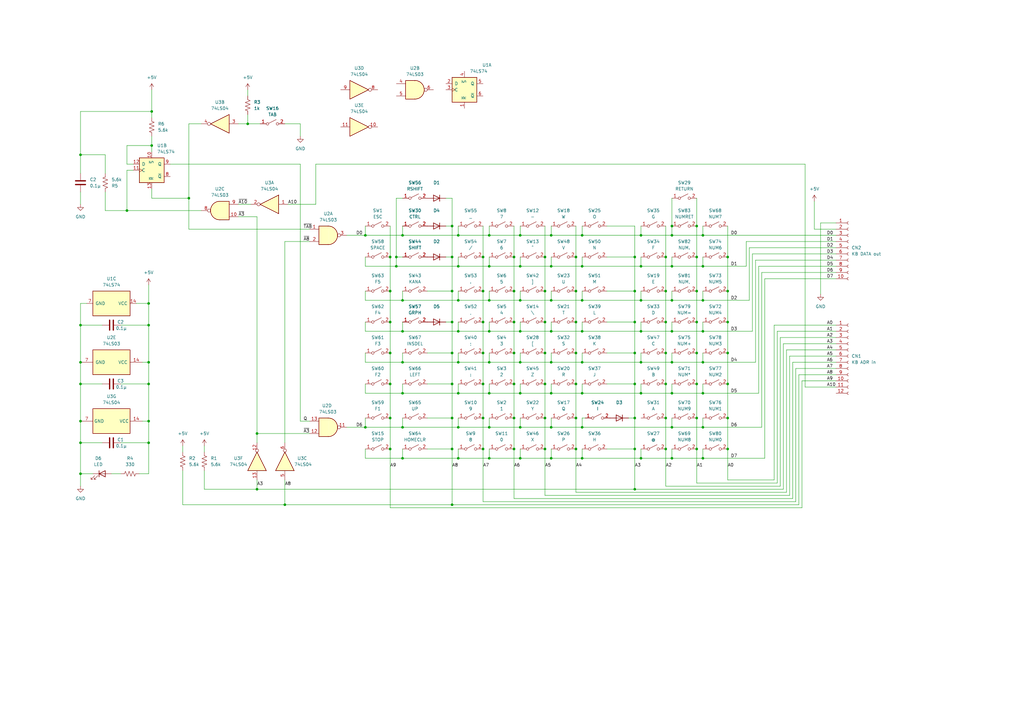
<source format=kicad_sch>
(kicad_sch (version 20230121) (generator eeschema)
  (paper "A3")
  (title_block (title "PC-8001mk2キーボード解析") (date "2024-06-18") (company "Hiroaki GOTO as GORRY"))
  (lib_symbols
    (symbol "74xx:74LS03" (pin_names (offset 1.016))
      (property "Reference" "U" (at 0 1.27 0))
      (property "Value" "74LS03" (at 0 -1.27 0))
      (symbol "74LS03_1_1"
        (pin input line (at -7.62 2.54 0) (length 3.81) (name "~") (number "1"))
        (pin input line (at -7.62 -2.54 0) (length 3.81) (name "~") (number "2"))
        (pin open_collector inverted (at 7.62 0 180) (length 3.81) (name "~") (number "3"))
      )
      (symbol "74LS03_1_2"
        (pin input inverted (at -7.62 2.54 0) (length 4.318) (name "~") (number "1"))
        (pin input inverted (at -7.62 -2.54 0) (length 4.318) (name "~") (number "2"))
        (pin open_collector line (at 7.62 0 180) (length 3.81) (name "~") (number "3"))
      )
      (symbol "74LS03_2_1"
        (pin input line (at -7.62 2.54 0) (length 3.81) (name "~") (number "4"))
        (pin input line (at -7.62 -2.54 0) (length 3.81) (name "~") (number "5"))
        (pin open_collector inverted (at 7.62 0 180) (length 3.81) (name "~") (number "6"))
      )
      (symbol "74LS03_2_2"
        (pin input inverted (at -7.62 2.54 0) (length 4.318) (name "~") (number "4"))
        (pin input inverted (at -7.62 -2.54 0) (length 4.318) (name "~") (number "5"))
        (pin open_collector line (at 7.62 0 180) (length 3.81) (name "~") (number "6"))
      )
      (symbol "74LS03_3_1"
        (pin input line (at -7.62 -2.54 0) (length 3.81) (name "~") (number "10"))
        (pin open_collector inverted (at 7.62 0 180) (length 3.81) (name "~") (number "8"))
        (pin input line (at -7.62 2.54 0) (length 3.81) (name "~") (number "9"))
      )
      (symbol "74LS03_3_2"
        (pin input inverted (at -7.62 -2.54 0) (length 4.318) (name "~") (number "10"))
        (pin open_collector line (at 7.62 0 180) (length 3.81) (name "~") (number "8"))
        (pin input inverted (at -7.62 2.54 0) (length 4.318) (name "~") (number "9"))
      )
      (symbol "74LS03_4_1"
        (pin open_collector inverted (at 7.62 0 180) (length 3.81) (name "~") (number "11"))
        (pin input line (at -7.62 2.54 0) (length 3.81) (name "~") (number "12"))
        (pin input line (at -7.62 -2.54 0) (length 3.81) (name "~") (number "13"))
      )
      (symbol "74LS03_4_2"
        (pin open_collector line (at 7.62 0 180) (length 3.81) (name "~") (number "11"))
        (pin input inverted (at -7.62 2.54 0) (length 4.318) (name "~") (number "12"))
        (pin input inverted (at -7.62 -2.54 0) (length 4.318) (name "~") (number "13"))
      )
      (symbol "74LS03_5_0"
        (pin power_in line (at 0 12.7 270) (length 5.08) (name "VCC") (number "14"))
        (pin power_in line (at 0 -12.7 90) (length 5.08) (name "GND") (number "7"))
      )
    )
    (symbol "74xx:74LS04"
      (property "Reference" "U" (at 0 1.27 0))
      (property "Value" "74LS04" (at 0 -1.27 0))
      (symbol "74LS04_1_0"
        (pin input line (at -7.62 0 0) (length 3.81) (name "~") (number "1"))
        (pin output inverted (at 7.62 0 180) (length 3.81) (name "~") (number "2"))
      )
      (symbol "74LS04_2_0"
        (pin input line (at -7.62 0 0) (length 3.81) (name "~") (number "3"))
        (pin output inverted (at 7.62 0 180) (length 3.81) (name "~") (number "4"))
      )
      (symbol "74LS04_3_0"
        (pin input line (at -7.62 0 0) (length 3.81) (name "~") (number "5"))
        (pin output inverted (at 7.62 0 180) (length 3.81) (name "~") (number "6"))
      )
      (symbol "74LS04_4_0"
        (pin output inverted (at 7.62 0 180) (length 3.81) (name "~") (number "8"))
        (pin input line (at -7.62 0 0) (length 3.81) (name "~") (number "9"))
      )
      (symbol "74LS04_5_0"
        (pin output inverted (at 7.62 0 180) (length 3.81) (name "~") (number "10"))
        (pin input line (at -7.62 0 0) (length 3.81) (name "~") (number "11"))
      )
      (symbol "74LS04_6_0"
        (pin output inverted (at 7.62 0 180) (length 3.81) (name "~") (number "12"))
        (pin input line (at -7.62 0 0) (length 3.81) (name "~") (number "13"))
      )
      (symbol "74LS04_7_0"
        (pin power_in line (at 0 12.7 270) (length 5.08) (name "VCC") (number "14"))
        (pin power_in line (at 0 -12.7 90) (length 5.08) (name "GND") (number "7"))
      )
    )
    (symbol "74xx:74LS74" (pin_names (offset 1.016))
      (property "Reference" "U" (at -7.62 8.89 0))
      (property "Value" "74LS74" (at -7.62 -8.89 0))
      (symbol "74LS74_1_0"
        (pin input line (at 0 -7.62 90) (length 2.54) (name "~{R}") (number "1"))
        (pin input line (at -7.62 2.54 0) (length 2.54) (name "D") (number "2"))
        (pin input clock (at -7.62 0 0) (length 2.54) (name "C") (number "3"))
        (pin input line (at 0 7.62 270) (length 2.54) (name "~{S}") (number "4"))
        (pin output line (at 7.62 2.54 180) (length 2.54) (name "Q") (number "5"))
        (pin output line (at 7.62 -2.54 180) (length 2.54) (name "~{Q}") (number "6"))
      )
      (symbol "74LS74_2_0"
        (pin input line (at 0 7.62 270) (length 2.54) (name "~{S}") (number "10"))
        (pin input clock (at -7.62 0 0) (length 2.54) (name "C") (number "11"))
        (pin input line (at -7.62 2.54 0) (length 2.54) (name "D") (number "12"))
        (pin input line (at 0 -7.62 90) (length 2.54) (name "~{R}") (number "13"))
        (pin output line (at 7.62 -2.54 180) (length 2.54) (name "~{Q}") (number "8"))
        (pin output line (at 7.62 2.54 180) (length 2.54) (name "Q") (number "9"))
      )
      (symbol "74LS74_3_0"
        (pin power_in line (at 0 10.16 270) (length 2.54) (name "VCC") (number "14"))
        (pin power_in line (at 0 -10.16 90) (length 2.54) (name "GND") (number "7"))
      )
    )
    (symbol "Connector:Conn_01x10_Socket" (pin_names (offset 1.016) hide)
      (property "Reference" "J" (at 0 12.7 0))
      (property "Value" "Conn_01x10_Socket" (at 0 -15.24 0))
      (symbol "Conn_01x10_Socket_1_1"
        (pin passive line (at -5.08 10.16 0) (length 3.81) (name "Pin_1") (number "1"))
        (pin passive line (at -5.08 -12.7 0) (length 3.81) (name "Pin_10") (number "10"))
        (pin passive line (at -5.08 7.62 0) (length 3.81) (name "Pin_2") (number "2"))
        (pin passive line (at -5.08 5.08 0) (length 3.81) (name "Pin_3") (number "3"))
        (pin passive line (at -5.08 2.54 0) (length 3.81) (name "Pin_4") (number "4"))
        (pin passive line (at -5.08 0 0) (length 3.81) (name "Pin_5") (number "5"))
        (pin passive line (at -5.08 -2.54 0) (length 3.81) (name "Pin_6") (number "6"))
        (pin passive line (at -5.08 -5.08 0) (length 3.81) (name "Pin_7") (number "7"))
        (pin passive line (at -5.08 -7.62 0) (length 3.81) (name "Pin_8") (number "8"))
        (pin passive line (at -5.08 -10.16 0) (length 3.81) (name "Pin_9") (number "9"))
      )
    )
    (symbol "Connector:Conn_01x12_Socket" (pin_names (offset 1.016) hide)
      (property "Reference" "J" (at 0 15.24 0))
      (property "Value" "Conn_01x12_Socket" (at 0 -17.78 0))
      (symbol "Conn_01x12_Socket_1_1"
        (pin passive line (at -5.08 12.7 0) (length 3.81) (name "Pin_1") (number "1"))
        (pin passive line (at -5.08 -10.16 0) (length 3.81) (name "Pin_10") (number "10"))
        (pin passive line (at -5.08 -12.7 0) (length 3.81) (name "Pin_11") (number "11"))
        (pin passive line (at -5.08 -15.24 0) (length 3.81) (name "Pin_12") (number "12"))
        (pin passive line (at -5.08 10.16 0) (length 3.81) (name "Pin_2") (number "2"))
        (pin passive line (at -5.08 7.62 0) (length 3.81) (name "Pin_3") (number "3"))
        (pin passive line (at -5.08 5.08 0) (length 3.81) (name "Pin_4") (number "4"))
        (pin passive line (at -5.08 2.54 0) (length 3.81) (name "Pin_5") (number "5"))
        (pin passive line (at -5.08 0 0) (length 3.81) (name "Pin_6") (number "6"))
        (pin passive line (at -5.08 -2.54 0) (length 3.81) (name "Pin_7") (number "7"))
        (pin passive line (at -5.08 -5.08 0) (length 3.81) (name "Pin_8") (number "8"))
        (pin passive line (at -5.08 -7.62 0) (length 3.81) (name "Pin_9") (number "9"))
      )
    )
    (symbol "Device:C" (pin_numbers hide) (pin_names (offset 0.254))
      (property "Reference" "C" (at 0.635 2.54 0))
      (property "Value" "C" (at 0.635 -2.54 0))
      (symbol "C_1_1"
        (pin passive line (at 0 3.81 270) (length 2.794) (name "~") (number "1"))
        (pin passive line (at 0 -3.81 90) (length 2.794) (name "~") (number "2"))
      )
    )
    (symbol "Device:LED" (pin_numbers hide) (pin_names (offset 1.016) hide)
      (property "Reference" "D" (at 0 2.54 0))
      (property "Value" "LED" (at 0 -2.54 0))
      (symbol "LED_1_1"
        (pin passive line (at -3.81 0 0) (length 2.54) (name "K") (number "1"))
        (pin passive line (at 3.81 0 180) (length 2.54) (name "A") (number "2"))
      )
    )
    (symbol "Device:R_US" (pin_numbers hide) (pin_names (offset 0))
      (property "Reference" "R" (at 2.54 0 90))
      (property "Value" "R_US" (at -2.54 0 90))
      (symbol "R_US_1_1"
        (pin passive line (at 0 3.81 270) (length 1.27) (name "~") (number "1"))
        (pin passive line (at 0 -3.81 90) (length 1.27) (name "~") (number "2"))
      )
    )
    (symbol "Diode:1N4148" (pin_numbers hide) (pin_names hide)
      (property "Reference" "D" (at 0 2.54 0))
      (property "Value" "1N4148" (at 0 -2.54 0))
      (symbol "1N4148_1_1"
        (pin passive line (at -3.81 0 0) (length 2.54) (name "K") (number "1"))
        (pin passive line (at 3.81 0 180) (length 2.54) (name "A") (number "2"))
      )
    )
    (symbol "Switch:SW_SPST" (pin_names (offset 0) hide)
      (property "Reference" "SW" (at 0 3.175 0))
      (property "Value" "SW_SPST" (at 0 -2.54 0))
      (symbol "SW_SPST_1_1"
        (pin passive line (at -5.08 0 0) (length 2.54) (name "A") (number "1"))
        (pin passive line (at 5.08 0 180) (length 2.54) (name "B") (number "2"))
      )
    )
    (symbol "power:+5V" (power) (pin_names (offset 0))
      (property "Value" "+5V" (at 0 3.556 0))
      (symbol "+5V_1_1"
        (pin power_in line (at 0 0 90) (length 0) hide (name "+5V") (number "1"))
      )
    )
    (symbol "power:GND" (power) (pin_names (offset 0))
      (property "Value" "GND" (at 0 -3.81 0))
      (symbol "GND_1_1"
        (pin power_in line (at 0 0 270) (length 0) hide (name "GND") (number "1"))
      )
    )
  )
  (junction (at 260.35 144.78))
  (junction (at 238.76 135.89))
  (junction (at 260.35 119.38))
  (junction (at 226.06 148.59))
  (junction (at 210.82 157.48))
  (junction (at 160.02 132.08))
  (junction (at 210.82 184.15))
  (junction (at 200.66 175.26))
  (junction (at 226.06 123.19))
  (junction (at 288.29 123.19))
  (junction (at 200.66 135.89))
  (junction (at 185.42 171.45))
  (junction (at 187.96 123.19))
  (junction (at 198.12 132.08))
  (junction (at 298.45 157.48))
  (junction (at 238.76 187.96))
  (junction (at 198.12 144.78))
  (junction (at 236.22 144.78))
  (junction (at 185.42 157.48))
  (junction (at 285.75 157.48))
  (junction (at 275.59 175.26))
  (junction (at 288.29 175.26))
  (junction (at 165.1 148.59))
  (junction (at 33.02 63.5))
  (junction (at 238.76 175.26))
  (junction (at 116.84 207.01))
  (junction (at 298.45 132.08))
  (junction (at 285.75 119.38))
  (junction (at 213.36 148.59))
  (junction (at 149.86 175.26))
  (junction (at 160.02 184.15))
  (junction (at 236.22 105.41))
  (junction (at 187.96 161.29))
  (junction (at 33.02 133.35))
  (junction (at 185.42 207.01))
  (junction (at 288.29 187.96))
  (junction (at 273.05 157.48))
  (junction (at 285.75 144.78))
  (junction (at 298.45 144.78))
  (junction (at 236.22 171.45))
  (junction (at 298.45 105.41))
  (junction (at 213.36 135.89))
  (junction (at 236.22 157.48))
  (junction (at 160.02 157.48))
  (junction (at 260.35 132.08))
  (junction (at 238.76 123.19))
  (junction (at 185.42 119.38))
  (junction (at 223.52 132.08))
  (junction (at 149.86 96.52))
  (junction (at 60.96 172.72))
  (junction (at 160.02 105.41))
  (junction (at 285.75 92.71))
  (junction (at 223.52 184.15))
  (junction (at 226.06 187.96))
  (junction (at 275.59 187.96))
  (junction (at 260.35 200.66))
  (junction (at 275.59 161.29))
  (junction (at 285.75 105.41))
  (junction (at 213.36 161.29))
  (junction (at 101.6 50.8))
  (junction (at 200.66 123.19))
  (junction (at 77.47 81.28))
  (junction (at 187.96 96.52))
  (junction (at 52.07 86.36))
  (junction (at 298.45 171.45))
  (junction (at 288.29 135.89))
  (junction (at 226.06 109.22))
  (junction (at 223.52 105.41))
  (junction (at 288.29 96.52))
  (junction (at 33.02 194.31))
  (junction (at 210.82 119.38))
  (junction (at 33.02 172.72))
  (junction (at 200.66 109.22))
  (junction (at 198.12 171.45))
  (junction (at 187.96 175.26))
  (junction (at 226.06 161.29))
  (junction (at 213.36 96.52))
  (junction (at 210.82 144.78))
  (junction (at 288.29 109.22))
  (junction (at 238.76 161.29))
  (junction (at 105.41 177.8))
  (junction (at 105.41 200.66))
  (junction (at 226.06 96.52))
  (junction (at 223.52 171.45))
  (junction (at 160.02 144.78))
  (junction (at 285.75 132.08))
  (junction (at 213.36 123.19))
  (junction (at 200.66 187.96))
  (junction (at 238.76 109.22))
  (junction (at 187.96 148.59))
  (junction (at 200.66 96.52))
  (junction (at 275.59 109.22))
  (junction (at 33.02 181.61))
  (junction (at 60.96 124.46))
  (junction (at 223.52 157.48))
  (junction (at 160.02 171.45))
  (junction (at 275.59 148.59))
  (junction (at 185.42 105.41))
  (junction (at 60.96 181.61))
  (junction (at 262.89 148.59))
  (junction (at 226.06 135.89))
  (junction (at 162.56 105.41))
  (junction (at 213.36 175.26))
  (junction (at 160.02 119.38))
  (junction (at 273.05 132.08))
  (junction (at 62.23 59.69))
  (junction (at 236.22 184.15))
  (junction (at 285.75 171.45))
  (junction (at 236.22 119.38))
  (junction (at 223.52 119.38))
  (junction (at 210.82 132.08))
  (junction (at 213.36 109.22))
  (junction (at 262.89 135.89))
  (junction (at 60.96 133.35))
  (junction (at 165.1 161.29))
  (junction (at 165.1 175.26))
  (junction (at 185.42 144.78))
  (junction (at 210.82 171.45))
  (junction (at 236.22 132.08))
  (junction (at 33.02 148.59))
  (junction (at 60.96 148.59))
  (junction (at 262.89 161.29))
  (junction (at 262.89 187.96))
  (junction (at 185.42 132.08))
  (junction (at 260.35 171.45))
  (junction (at 200.66 161.29))
  (junction (at 165.1 187.96))
  (junction (at 198.12 157.48))
  (junction (at 238.76 148.59))
  (junction (at 273.05 144.78))
  (junction (at 273.05 105.41))
  (junction (at 185.42 184.15))
  (junction (at 165.1 96.52))
  (junction (at 285.75 184.15))
  (junction (at 298.45 119.38))
  (junction (at 273.05 119.38))
  (junction (at 165.1 123.19))
  (junction (at 162.56 109.22))
  (junction (at 288.29 148.59))
  (junction (at 210.82 105.41))
  (junction (at 226.06 175.26))
  (junction (at 260.35 105.41))
  (junction (at 262.89 109.22))
  (junction (at 198.12 184.15))
  (junction (at 288.29 161.29))
  (junction (at 238.76 96.52))
  (junction (at 262.89 96.52))
  (junction (at 185.42 92.71))
  (junction (at 260.35 184.15))
  (junction (at 200.66 148.59))
  (junction (at 275.59 135.89))
  (junction (at 62.23 45.72))
  (junction (at 33.02 157.48))
  (junction (at 187.96 187.96))
  (junction (at 260.35 157.48))
  (junction (at 275.59 92.71))
  (junction (at 273.05 184.15))
  (junction (at 60.96 157.48))
  (junction (at 275.59 123.19))
  (junction (at 198.12 119.38))
  (junction (at 273.05 171.45))
  (junction (at 275.59 96.52))
  (junction (at 187.96 135.89))
  (junction (at 187.96 109.22))
  (junction (at 165.1 135.89))
  (junction (at 213.36 187.96))
  (junction (at 298.45 184.15))
  (junction (at 198.12 105.41))
  (junction (at 262.89 123.19))
  (junction (at 223.52 144.78))
  (wire (pts (xy 260.35 171.45) (xy 260.35 184.15)))
  (wire (pts (xy 275.59 148.59) (xy 288.29 148.59)))
  (wire (pts (xy 213.36 109.22) (xy 226.06 109.22)))
  (wire (pts (xy 275.59 96.52) (xy 288.29 96.52)))
  (wire (pts (xy 49.53 133.35) (xy 60.96 133.35)))
  (wire (pts (xy 275.59 161.29) (xy 288.29 161.29)))
  (wire (pts (xy 83.82 200.66) (xy 105.41 200.66)))
  (wire (pts (xy 149.86 148.59) (xy 165.1 148.59)))
  (wire (pts (xy 105.41 200.66) (xy 260.35 200.66)))
  (wire (pts (xy 312.42 111.76) (xy 342.9 111.76)))
  (wire (pts (xy 275.59 175.26) (xy 288.29 175.26)))
  (wire (pts (xy 33.02 148.59) (xy 33.02 157.48)))
  (wire (pts (xy 160.02 144.78) (xy 160.02 157.48)))
  (wire (pts (xy 62.23 81.28) (xy 77.47 81.28)))
  (wire (pts (xy 33.02 172.72) (xy 33.02 181.61)))
  (wire (pts (xy 238.76 123.19) (xy 262.89 123.19)))
  (wire (pts (xy 187.96 184.15) (xy 187.96 187.96)))
  (wire (pts (xy 198.12 132.08) (xy 198.12 144.78)))
  (wire (pts (xy 200.66 105.41) (xy 200.66 109.22)))
  (wire (pts (xy 160.02 157.48) (xy 160.02 171.45)))
  (wire (pts (xy 238.76 161.29) (xy 262.89 161.29)))
  (wire (pts (xy 200.66 92.71) (xy 200.66 96.52)))
  (wire (pts (xy 69.85 67.31) (xy 123.19 67.31)))
  (wire (pts (xy 262.89 105.41) (xy 262.89 109.22)))
  (wire (pts (xy 200.66 161.29) (xy 213.36 161.29)))
  (wire (pts (xy 248.92 184.15) (xy 260.35 184.15)))
  (wire (pts (xy 57.15 194.31) (xy 60.96 194.31)))
  (wire (pts (xy 149.86 92.71) (xy 149.86 96.52)))
  (wire (pts (xy 52.07 86.36) (xy 52.07 69.85)))
  (wire (pts (xy 165.1 148.59) (xy 187.96 148.59)))
  (wire (pts (xy 149.86 135.89) (xy 165.1 135.89)))
  (wire (pts (xy 262.89 119.38) (xy 262.89 123.19)))
  (wire (pts (xy 238.76 157.48) (xy 238.76 161.29)))
  (wire (pts (xy 275.59 157.48) (xy 275.59 161.29)))
  (wire (pts (xy 165.1 92.71) (xy 165.1 96.52)))
  (wire (pts (xy 311.15 109.22) (xy 311.15 161.29)))
  (wire (pts (xy 306.07 109.22) (xy 288.29 109.22)))
  (wire (pts (xy 129.54 67.31) (xy 129.54 83.82)))
  (wire (pts (xy 200.66 171.45) (xy 200.66 175.26)))
  (wire (pts (xy 342.9 148.59) (xy 325.12 148.59)))
  (wire (pts (xy 33.02 157.48) (xy 33.02 172.72)))
  (wire (pts (xy 185.42 171.45) (xy 185.42 184.15)))
  (wire (pts (xy 298.45 92.71) (xy 298.45 105.41)))
  (wire (pts (xy 60.96 148.59) (xy 60.96 157.48)))
  (wire (pts (xy 187.96 135.89) (xy 200.66 135.89)))
  (wire (pts (xy 123.19 67.31) (xy 123.19 172.72)))
  (wire (pts (xy 62.23 77.47) (xy 62.23 81.28)))
  (wire (pts (xy 248.92 105.41) (xy 260.35 105.41)))
  (wire (pts (xy 262.89 96.52) (xy 275.59 96.52)))
  (wire (pts (xy 198.12 144.78) (xy 198.12 157.48)))
  (wire (pts (xy 312.42 175.26) (xy 288.29 175.26)))
  (wire (pts (xy 223.52 171.45) (xy 223.52 184.15)))
  (wire (pts (xy 116.84 207.01) (xy 185.42 207.01)))
  (wire (pts (xy 238.76 171.45) (xy 238.76 175.26)))
  (wire (pts (xy 226.06 105.41) (xy 226.06 109.22)))
  (wire (pts (xy 262.89 157.48) (xy 262.89 161.29)))
  (wire (pts (xy 285.75 105.41) (xy 285.75 119.38)))
  (wire (pts (xy 298.45 105.41) (xy 298.45 119.38)))
  (wire (pts (xy 213.36 105.41) (xy 213.36 109.22)))
  (wire (pts (xy 175.26 184.15) (xy 185.42 184.15)))
  (wire (pts (xy 210.82 184.15) (xy 210.82 204.47)))
  (wire (pts (xy 62.23 45.72) (xy 62.23 48.26)))
  (wire (pts (xy 198.12 171.45) (xy 198.12 184.15)))
  (wire (pts (xy 213.36 148.59) (xy 226.06 148.59)))
  (wire (pts (xy 43.18 86.36) (xy 52.07 86.36)))
  (wire (pts (xy 342.9 138.43) (xy 320.04 138.43)))
  (wire (pts (xy 288.29 132.08) (xy 288.29 135.89)))
  (wire (pts (xy 238.76 132.08) (xy 238.76 135.89)))
  (wire (pts (xy 226.06 187.96) (xy 238.76 187.96)))
  (wire (pts (xy 213.36 135.89) (xy 226.06 135.89)))
  (wire (pts (xy 285.75 171.45) (xy 285.75 184.15)))
  (wire (pts (xy 213.36 132.08) (xy 213.36 135.89)))
  (wire (pts (xy 226.06 123.19) (xy 238.76 123.19)))
  (wire (pts (xy 275.59 92.71) (xy 275.59 96.52)))
  (wire (pts (xy 213.36 175.26) (xy 226.06 175.26)))
  (wire (pts (xy 285.75 184.15) (xy 285.75 198.12)))
  (wire (pts (xy 165.1 132.08) (xy 165.1 135.89)))
  (wire (pts (xy 260.35 171.45) (xy 260.35 157.48)))
  (wire (pts (xy 60.96 124.46) (xy 60.96 133.35)))
  (wire (pts (xy 185.42 105.41) (xy 185.42 119.38)))
  (wire (pts (xy 198.12 157.48) (xy 198.12 171.45)))
  (wire (pts (xy 275.59 144.78) (xy 275.59 148.59)))
  (wire (pts (xy 160.02 92.71) (xy 160.02 105.41)))
  (wire (pts (xy 226.06 175.26) (xy 238.76 175.26)))
  (wire (pts (xy 248.92 144.78) (xy 260.35 144.78)))
  (wire (pts (xy 185.42 144.78) (xy 185.42 157.48)))
  (wire (pts (xy 236.22 171.45) (xy 236.22 184.15)))
  (wire (pts (xy 327.66 153.67) (xy 327.66 207.01)))
  (wire (pts (xy 97.79 50.8) (xy 101.6 50.8)))
  (wire (pts (xy 342.9 91.44) (xy 336.55 91.44)))
  (wire (pts (xy 182.88 92.71) (xy 185.42 92.71)))
  (wire (pts (xy 200.66 109.22) (xy 213.36 109.22)))
  (wire (pts (xy 165.1 187.96) (xy 187.96 187.96)))
  (wire (pts (xy 288.29 184.15) (xy 288.29 187.96)))
  (wire (pts (xy 149.86 109.22) (xy 162.56 109.22)))
  (wire (pts (xy 273.05 132.08) (xy 273.05 144.78)))
  (wire (pts (xy 60.96 148.59) (xy 58.42 148.59)))
  (wire (pts (xy 101.6 36.83) (xy 101.6 39.37)))
  (wire (pts (xy 182.88 81.28) (xy 185.42 81.28)))
  (wire (pts (xy 101.6 50.8) (xy 101.6 46.99)))
  (wire (pts (xy 313.69 114.3) (xy 342.9 114.3)))
  (wire (pts (xy 60.96 116.84) (xy 60.96 124.46)))
  (wire (pts (xy 123.19 50.8) (xy 116.84 50.8)))
  (wire (pts (xy 162.56 105.41) (xy 162.56 109.22)))
  (wire (pts (xy 33.02 133.35) (xy 41.91 133.35)))
  (wire (pts (xy 226.06 109.22) (xy 238.76 109.22)))
  (wire (pts (xy 226.06 144.78) (xy 226.06 148.59)))
  (wire (pts (xy 226.06 148.59) (xy 238.76 148.59)))
  (wire (pts (xy 308.61 135.89) (xy 288.29 135.89)))
  (wire (pts (xy 187.96 144.78) (xy 187.96 148.59)))
  (wire (pts (xy 165.1 119.38) (xy 165.1 123.19)))
  (wire (pts (xy 198.12 184.15) (xy 198.12 205.74)))
  (wire (pts (xy 185.42 81.28) (xy 185.42 92.71)))
  (wire (pts (xy 288.29 157.48) (xy 288.29 161.29)))
  (wire (pts (xy 313.69 187.96) (xy 288.29 187.96)))
  (wire (pts (xy 236.22 144.78) (xy 236.22 157.48)))
  (wire (pts (xy 285.75 144.78) (xy 285.75 157.48)))
  (wire (pts (xy 33.02 124.46) (xy 33.02 133.35)))
  (wire (pts (xy 288.29 171.45) (xy 288.29 175.26)))
  (wire (pts (xy 149.86 175.26) (xy 165.1 175.26)))
  (wire (pts (xy 60.96 133.35) (xy 60.96 148.59)))
  (wire (pts (xy 45.72 194.31) (xy 49.53 194.31)))
  (wire (pts (xy 185.42 92.71) (xy 185.42 105.41)))
  (wire (pts (xy 187.96 171.45) (xy 187.96 175.26)))
  (wire (pts (xy 260.35 105.41) (xy 260.35 119.38)))
  (wire (pts (xy 60.96 172.72) (xy 60.96 181.61)))
  (wire (pts (xy 43.18 63.5) (xy 43.18 71.12)))
  (wire (pts (xy 275.59 184.15) (xy 275.59 187.96)))
  (wire (pts (xy 236.22 92.71) (xy 236.22 105.41)))
  (wire (pts (xy 298.45 119.38) (xy 298.45 132.08)))
  (wire (pts (xy 326.39 151.13) (xy 326.39 205.74)))
  (wire (pts (xy 60.96 157.48) (xy 60.96 172.72)))
  (wire (pts (xy 62.23 59.69) (xy 62.23 55.88)))
  (wire (pts (xy 260.35 132.08) (xy 260.35 144.78)))
  (wire (pts (xy 52.07 59.69) (xy 52.07 67.31)))
  (wire (pts (xy 288.29 92.71) (xy 288.29 96.52)))
  (wire (pts (xy 275.59 119.38) (xy 275.59 123.19)))
  (wire (pts (xy 160.02 132.08) (xy 160.02 144.78)))
  (wire (pts (xy 213.36 171.45) (xy 213.36 175.26)))
  (wire (pts (xy 83.82 182.88) (xy 83.82 185.42)))
  (wire (pts (xy 55.88 124.46) (xy 60.96 124.46)))
  (wire (pts (xy 149.86 96.52) (xy 165.1 96.52)))
  (wire (pts (xy 165.1 81.28) (xy 162.56 81.28)))
  (wire (pts (xy 165.1 175.26) (xy 187.96 175.26)))
  (wire (pts (xy 257.81 171.45) (xy 260.35 171.45)))
  (wire (pts (xy 60.96 172.72) (xy 58.42 172.72)))
  (wire (pts (xy 185.42 157.48) (xy 185.42 171.45)))
  (wire (pts (xy 328.93 156.21) (xy 342.9 156.21)))
  (wire (pts (xy 213.36 96.52) (xy 226.06 96.52)))
  (wire (pts (xy 275.59 81.28) (xy 275.59 92.71)))
  (wire (pts (xy 35.56 124.46) (xy 33.02 124.46)))
  (wire (pts (xy 198.12 105.41) (xy 198.12 119.38)))
  (wire (pts (xy 105.41 177.8) (xy 105.41 181.61)))
  (wire (pts (xy 165.1 123.19) (xy 187.96 123.19)))
  (wire (pts (xy 175.26 171.45) (xy 185.42 171.45)))
  (wire (pts (xy 185.42 119.38) (xy 185.42 132.08)))
  (wire (pts (xy 223.52 92.71) (xy 223.52 105.41)))
  (wire (pts (xy 342.9 135.89) (xy 318.77 135.89)))
  (wire (pts (xy 330.2 158.75) (xy 330.2 67.31)))
  (wire (pts (xy 149.86 171.45) (xy 149.86 175.26)))
  (wire (pts (xy 33.02 157.48) (xy 41.91 157.48)))
  (wire (pts (xy 105.41 177.8) (xy 127 177.8)))
  (wire (pts (xy 160.02 171.45) (xy 160.02 184.15)))
  (wire (pts (xy 162.56 105.41) (xy 165.1 105.41)))
  (wire (pts (xy 187.96 148.59) (xy 200.66 148.59)))
  (wire (pts (xy 185.42 207.01) (xy 327.66 207.01)))
  (wire (pts (xy 226.06 119.38) (xy 226.06 123.19)))
  (wire (pts (xy 43.18 86.36) (xy 43.18 78.74)))
  (wire (pts (xy 33.02 133.35) (xy 33.02 148.59)))
  (wire (pts (xy 175.26 144.78) (xy 185.42 144.78)))
  (wire (pts (xy 200.66 96.52) (xy 213.36 96.52)))
  (wire (pts (xy 116.84 196.85) (xy 116.84 207.01)))
  (wire (pts (xy 62.23 62.23) (xy 62.23 59.69)))
  (wire (pts (xy 123.19 50.8) (xy 123.19 55.88)))
  (wire (pts (xy 260.35 119.38) (xy 260.35 132.08)))
  (wire (pts (xy 200.66 144.78) (xy 200.66 148.59)))
  (wire (pts (xy 210.82 105.41) (xy 210.82 119.38)))
  (wire (pts (xy 342.9 151.13) (xy 326.39 151.13)))
  (wire (pts (xy 123.19 172.72) (xy 127 172.72)))
  (wire (pts (xy 187.96 92.71) (xy 187.96 96.52)))
  (wire (pts (xy 162.56 109.22) (xy 187.96 109.22)))
  (wire (pts (xy 238.76 109.22) (xy 262.89 109.22)))
  (wire (pts (xy 226.06 135.89) (xy 238.76 135.89)))
  (wire (pts (xy 318.77 135.89) (xy 318.77 198.12)))
  (wire (pts (xy 342.9 140.97) (xy 321.31 140.97)))
  (wire (pts (xy 342.9 93.98) (xy 334.01 93.98)))
  (wire (pts (xy 308.61 104.14) (xy 342.9 104.14)))
  (wire (pts (xy 149.86 132.08) (xy 149.86 135.89)))
  (wire (pts (xy 226.06 157.48) (xy 226.06 161.29)))
  (wire (pts (xy 288.29 96.52) (xy 342.9 96.52)))
  (wire (pts (xy 238.76 184.15) (xy 238.76 187.96)))
  (wire (pts (xy 307.34 123.19) (xy 288.29 123.19)))
  (wire (pts (xy 275.59 123.19) (xy 288.29 123.19)))
  (wire (pts (xy 200.66 157.48) (xy 200.66 161.29)))
  (wire (pts (xy 312.42 111.76) (xy 312.42 175.26)))
  (wire (pts (xy 285.75 198.12) (xy 318.77 198.12)))
  (wire (pts (xy 97.79 83.82) (xy 102.87 83.82)))
  (wire (pts (xy 236.22 157.48) (xy 236.22 171.45)))
  (wire (pts (xy 82.55 50.8) (xy 77.47 50.8)))
  (wire (pts (xy 165.1 157.48) (xy 165.1 161.29)))
  (wire (pts (xy 187.96 96.52) (xy 200.66 96.52)))
  (wire (pts (xy 298.45 171.45) (xy 298.45 184.15)))
  (wire (pts (xy 273.05 184.15) (xy 273.05 199.39)))
  (wire (pts (xy 187.96 123.19) (xy 200.66 123.19)))
  (wire (pts (xy 236.22 105.41) (xy 236.22 119.38)))
  (wire (pts (xy 187.96 175.26) (xy 200.66 175.26)))
  (wire (pts (xy 62.23 36.83) (xy 62.23 45.72)))
  (wire (pts (xy 116.84 99.06) (xy 127 99.06)))
  (wire (pts (xy 236.22 132.08) (xy 236.22 144.78)))
  (wire (pts (xy 200.66 184.15) (xy 200.66 187.96)))
  (wire (pts (xy 275.59 105.41) (xy 275.59 109.22)))
  (wire (pts (xy 33.02 63.5) (xy 33.02 71.12)))
  (wire (pts (xy 33.02 194.31) (xy 38.1 194.31)))
  (wire (pts (xy 210.82 132.08) (xy 210.82 144.78)))
  (wire (pts (xy 105.41 196.85) (xy 105.41 200.66)))
  (wire (pts (xy 328.93 208.28) (xy 328.93 156.21)))
  (wire (pts (xy 309.88 106.68) (xy 342.9 106.68)))
  (wire (pts (xy 223.52 203.2) (xy 323.85 203.2)))
  (wire (pts (xy 198.12 119.38) (xy 198.12 132.08)))
  (wire (pts (xy 129.54 67.31) (xy 330.2 67.31)))
  (wire (pts (xy 198.12 92.71) (xy 198.12 105.41)))
  (wire (pts (xy 210.82 171.45) (xy 210.82 184.15)))
  (wire (pts (xy 226.06 184.15) (xy 226.06 187.96)))
  (wire (pts (xy 273.05 119.38) (xy 273.05 132.08)))
  (wire (pts (xy 213.36 144.78) (xy 213.36 148.59)))
  (wire (pts (xy 238.76 119.38) (xy 238.76 123.19)))
  (wire (pts (xy 165.1 144.78) (xy 165.1 148.59)))
  (wire (pts (xy 149.86 119.38) (xy 149.86 123.19)))
  (wire (pts (xy 317.5 133.35) (xy 317.5 196.85)))
  (wire (pts (xy 77.47 93.98) (xy 127 93.98)))
  (wire (pts (xy 182.88 132.08) (xy 185.42 132.08)))
  (wire (pts (xy 187.96 161.29) (xy 200.66 161.29)))
  (wire (pts (xy 187.96 119.38) (xy 187.96 123.19)))
  (wire (pts (xy 165.1 161.29) (xy 187.96 161.29)))
  (wire (pts (xy 33.02 181.61) (xy 33.02 194.31)))
  (wire (pts (xy 52.07 69.85) (xy 54.61 69.85)))
  (wire (pts (xy 213.36 187.96) (xy 226.06 187.96)))
  (wire (pts (xy 262.89 109.22) (xy 275.59 109.22)))
  (wire (pts (xy 223.52 144.78) (xy 223.52 157.48)))
  (wire (pts (xy 149.86 157.48) (xy 149.86 161.29)))
  (wire (pts (xy 223.52 119.38) (xy 223.52 132.08)))
  (wire (pts (xy 260.35 144.78) (xy 260.35 157.48)))
  (wire (pts (xy 236.22 184.15) (xy 236.22 201.93)))
  (wire (pts (xy 175.26 119.38) (xy 185.42 119.38)))
  (wire (pts (xy 187.96 105.41) (xy 187.96 109.22)))
  (wire (pts (xy 226.06 92.71) (xy 226.06 96.52)))
  (wire (pts (xy 311.15 161.29) (xy 288.29 161.29)))
  (wire (pts (xy 52.07 67.31) (xy 54.61 67.31)))
  (wire (pts (xy 238.76 175.26) (xy 275.59 175.26)))
  (wire (pts (xy 198.12 205.74) (xy 326.39 205.74)))
  (wire (pts (xy 160.02 184.15) (xy 160.02 208.28)))
  (wire (pts (xy 325.12 204.47) (xy 210.82 204.47)))
  (wire (pts (xy 200.66 135.89) (xy 213.36 135.89)))
  (wire (pts (xy 165.1 96.52) (xy 187.96 96.52)))
  (wire (pts (xy 213.36 119.38) (xy 213.36 123.19)))
  (wire (pts (xy 288.29 119.38) (xy 288.29 123.19)))
  (wire (pts (xy 298.45 132.08) (xy 298.45 144.78)))
  (wire (pts (xy 262.89 187.96) (xy 275.59 187.96)))
  (wire (pts (xy 226.06 171.45) (xy 226.06 175.26)))
  (wire (pts (xy 336.55 91.44) (xy 336.55 120.65)))
  (wire (pts (xy 226.06 132.08) (xy 226.06 135.89)))
  (wire (pts (xy 149.86 123.19) (xy 165.1 123.19)))
  (wire (pts (xy 322.58 143.51) (xy 322.58 201.93)))
  (wire (pts (xy 101.6 50.8) (xy 106.68 50.8)))
  (wire (pts (xy 142.24 96.52) (xy 149.86 96.52)))
  (wire (pts (xy 288.29 105.41) (xy 288.29 109.22)))
  (wire (pts (xy 298.45 157.48) (xy 298.45 171.45)))
  (wire (pts (xy 238.76 187.96) (xy 262.89 187.96)))
  (wire (pts (xy 142.24 175.26) (xy 149.86 175.26)))
  (wire (pts (xy 275.59 135.89) (xy 288.29 135.89)))
  (wire (pts (xy 165.1 135.89) (xy 187.96 135.89)))
  (wire (pts (xy 213.36 184.15) (xy 213.36 187.96)))
  (wire (pts (xy 260.35 92.71) (xy 248.92 92.71)))
  (wire (pts (xy 213.36 157.48) (xy 213.36 161.29)))
  (wire (pts (xy 238.76 105.41) (xy 238.76 109.22)))
  (wire (pts (xy 285.75 157.48) (xy 285.75 171.45)))
  (wire (pts (xy 74.93 193.04) (xy 74.93 207.01)))
  (wire (pts (xy 226.06 161.29) (xy 238.76 161.29)))
  (wire (pts (xy 238.76 96.52) (xy 262.89 96.52)))
  (wire (pts (xy 33.02 45.72) (xy 33.02 63.5)))
  (wire (pts (xy 83.82 193.04) (xy 83.82 200.66)))
  (wire (pts (xy 33.02 181.61) (xy 41.91 181.61)))
  (wire (pts (xy 185.42 184.15) (xy 185.42 207.01)))
  (wire (pts (xy 307.34 101.6) (xy 342.9 101.6)))
  (wire (pts (xy 185.42 132.08) (xy 185.42 144.78)))
  (wire (pts (xy 262.89 132.08) (xy 262.89 135.89)))
  (wire (pts (xy 200.66 123.19) (xy 213.36 123.19)))
  (wire (pts (xy 236.22 119.38) (xy 236.22 132.08)))
  (wire (pts (xy 149.86 184.15) (xy 149.86 187.96)))
  (wire (pts (xy 308.61 104.14) (xy 308.61 135.89)))
  (wire (pts (xy 275.59 109.22) (xy 288.29 109.22)))
  (wire (pts (xy 275.59 171.45) (xy 275.59 175.26)))
  (wire (pts (xy 285.75 92.71) (xy 285.75 105.41)))
  (wire (pts (xy 285.75 119.38) (xy 285.75 132.08)))
  (wire (pts (xy 187.96 132.08) (xy 187.96 135.89)))
  (wire (pts (xy 165.1 171.45) (xy 165.1 175.26)))
  (wire (pts (xy 223.52 184.15) (xy 223.52 203.2)))
  (wire (pts (xy 49.53 181.61) (xy 60.96 181.61)))
  (wire (pts (xy 149.86 161.29) (xy 165.1 161.29)))
  (wire (pts (xy 77.47 50.8) (xy 77.47 81.28)))
  (wire (pts (xy 262.89 144.78) (xy 262.89 148.59)))
  (wire (pts (xy 200.66 187.96) (xy 213.36 187.96)))
  (wire (pts (xy 210.82 157.48) (xy 210.82 171.45)))
  (wire (pts (xy 223.52 105.41) (xy 223.52 119.38)))
  (wire (pts (xy 97.79 88.9) (xy 105.41 88.9)))
  (wire (pts (xy 275.59 187.96) (xy 288.29 187.96)))
  (wire (pts (xy 52.07 86.36) (xy 82.55 86.36)))
  (wire (pts (xy 200.66 148.59) (xy 213.36 148.59)))
  (wire (pts (xy 288.29 144.78) (xy 288.29 148.59)))
  (wire (pts (xy 213.36 92.71) (xy 213.36 96.52)))
  (wire (pts (xy 238.76 135.89) (xy 262.89 135.89)))
  (wire (pts (xy 200.66 119.38) (xy 200.66 123.19)))
  (wire (pts (xy 321.31 140.97) (xy 321.31 200.66)))
  (wire (pts (xy 260.35 200.66) (xy 321.31 200.66)))
  (wire (pts (xy 260.35 184.15) (xy 260.35 200.66)))
  (wire (pts (xy 162.56 81.28) (xy 162.56 105.41)))
  (wire (pts (xy 306.07 99.06) (xy 342.9 99.06)))
  (wire (pts (xy 262.89 148.59) (xy 275.59 148.59)))
  (wire (pts (xy 238.76 144.78) (xy 238.76 148.59)))
  (wire (pts (xy 236.22 201.93) (xy 322.58 201.93)))
  (wire (pts (xy 262.89 92.71) (xy 262.89 96.52)))
  (wire (pts (xy 285.75 81.28) (xy 285.75 92.71)))
  (wire (pts (xy 262.89 135.89) (xy 275.59 135.89)))
  (wire (pts (xy 165.1 184.15) (xy 165.1 187.96)))
  (wire (pts (xy 313.69 114.3) (xy 313.69 187.96)))
  (wire (pts (xy 33.02 63.5) (xy 43.18 63.5)))
  (wire (pts (xy 149.86 144.78) (xy 149.86 148.59)))
  (wire (pts (xy 33.02 194.31) (xy 33.02 199.39)))
  (wire (pts (xy 49.53 157.48) (xy 60.96 157.48)))
  (wire (pts (xy 200.66 132.08) (xy 200.66 135.89)))
  (wire (pts (xy 74.93 207.01) (xy 116.84 207.01)))
  (wire (pts (xy 260.35 92.71) (xy 260.35 105.41)))
  (wire (pts (xy 275.59 132.08) (xy 275.59 135.89)))
  (wire (pts (xy 187.96 187.96) (xy 200.66 187.96)))
  (wire (pts (xy 298.45 144.78) (xy 298.45 157.48)))
  (wire (pts (xy 334.01 93.98) (xy 334.01 82.55)))
  (wire (pts (xy 200.66 175.26) (xy 213.36 175.26)))
  (wire (pts (xy 129.54 83.82) (xy 118.11 83.82)))
  (wire (pts (xy 298.45 196.85) (xy 317.5 196.85)))
  (wire (pts (xy 213.36 123.19) (xy 226.06 123.19)))
  (wire (pts (xy 223.52 157.48) (xy 223.52 171.45)))
  (wire (pts (xy 342.9 143.51) (xy 322.58 143.51)))
  (wire (pts (xy 238.76 92.71) (xy 238.76 96.52)))
  (wire (pts (xy 342.9 133.35) (xy 317.5 133.35)))
  (wire (pts (xy 306.07 99.06) (xy 306.07 109.22)))
  (wire (pts (xy 210.82 144.78) (xy 210.82 157.48)))
  (wire (pts (xy 60.96 181.61) (xy 60.96 194.31)))
  (wire (pts (xy 307.34 101.6) (xy 307.34 123.19)))
  (wire (pts (xy 160.02 208.28) (xy 328.93 208.28)))
  (wire (pts (xy 223.52 132.08) (xy 223.52 144.78)))
  (wire (pts (xy 182.88 105.41) (xy 185.42 105.41)))
  (wire (pts (xy 325.12 148.59) (xy 325.12 204.47)))
  (wire (pts (xy 187.96 157.48) (xy 187.96 161.29)))
  (wire (pts (xy 273.05 199.39) (xy 320.04 199.39)))
  (wire (pts (xy 175.26 157.48) (xy 185.42 157.48)))
  (wire (pts (xy 323.85 146.05) (xy 323.85 203.2)))
  (wire (pts (xy 285.75 132.08) (xy 285.75 144.78)))
  (wire (pts (xy 248.92 119.38) (xy 260.35 119.38)))
  (wire (pts (xy 273.05 144.78) (xy 273.05 157.48)))
  (wire (pts (xy 160.02 119.38) (xy 160.02 132.08)))
  (wire (pts (xy 116.84 99.06) (xy 116.84 181.61)))
  (wire (pts (xy 210.82 92.71) (xy 210.82 105.41)))
  (wire (pts (xy 248.92 157.48) (xy 260.35 157.48)))
  (wire (pts (xy 149.86 187.96) (xy 165.1 187.96)))
  (wire (pts (xy 309.88 148.59) (xy 288.29 148.59)))
  (wire (pts (xy 226.06 96.52) (xy 238.76 96.52)))
  (wire (pts (xy 213.36 161.29) (xy 226.06 161.29)))
  (wire (pts (xy 298.45 184.15) (xy 298.45 196.85)))
  (wire (pts (xy 273.05 92.71) (xy 273.05 105.41)))
  (wire (pts (xy 273.05 171.45) (xy 273.05 184.15)))
  (wire (pts (xy 262.89 161.29) (xy 275.59 161.29)))
  (wire (pts (xy 309.88 106.68) (xy 309.88 148.59)))
  (wire (pts (xy 77.47 81.28) (xy 77.47 93.98)))
  (wire (pts (xy 187.96 109.22) (xy 200.66 109.22)))
  (wire (pts (xy 33.02 78.74) (xy 33.02 83.82)))
  (wire (pts (xy 62.23 45.72) (xy 33.02 45.72)))
  (wire (pts (xy 105.41 88.9) (xy 105.41 177.8)))
  (wire (pts (xy 342.9 158.75) (xy 330.2 158.75)))
  (wire (pts (xy 262.89 184.15) (xy 262.89 187.96)))
  (wire (pts (xy 342.9 153.67) (xy 327.66 153.67)))
  (wire (pts (xy 273.05 157.48) (xy 273.05 171.45)))
  (wire (pts (xy 160.02 105.41) (xy 160.02 119.38)))
  (wire (pts (xy 311.15 109.22) (xy 342.9 109.22)))
  (wire (pts (xy 149.86 105.41) (xy 149.86 109.22)))
  (wire (pts (xy 62.23 59.69) (xy 52.07 59.69)))
  (wire (pts (xy 74.93 182.88) (xy 74.93 185.42)))
  (wire (pts (xy 320.04 138.43) (xy 320.04 199.39)))
  (wire (pts (xy 342.9 146.05) (xy 323.85 146.05)))
  (wire (pts (xy 262.89 123.19) (xy 275.59 123.19)))
  (wire (pts (xy 238.76 171.45) (xy 240.03 171.45)))
  (wire (pts (xy 210.82 119.38) (xy 210.82 132.08)))
  (wire (pts (xy 238.76 148.59) (xy 262.89 148.59)))
  (wire (pts (xy 273.05 105.41) (xy 273.05 119.38)))
  (wire (pts (xy 248.92 132.08) (xy 260.35 132.08)))
  (label "D6" (at 146.05 175.26 0))
  (label "D0" (at 146.05 96.52 0))
  (label "D5" (at 299.72 161.29 0))
  (label "A7" (at 198.12 191.77 0))
  (label "D1" (at 299.72 109.22 0))
  (label "~{A8}" (at 124.46 99.06 0))
  (label "A4" (at 236.22 191.77 0))
  (label "D7" (at 299.72 187.96 0))
  (label "D0" (at 299.72 96.52 0))
  (label "A3" (at 260.35 191.77 0))
  (label "A5" (at 339.09 146.05 0))
  (label "A0" (at 298.45 191.77 0))
  (label "D6" (at 299.72 175.26 0))
  (label "A8" (at 185.42 191.77 0))
  (label "A7" (at 339.09 151.13 0))
  (label "A3" (at 105.41 199.39 0))
  (label "D5" (at 339.09 109.22 0))
  (label "D2" (at 339.09 101.6 0))
  (label "A2" (at 273.05 191.77 0))
  (label "D3" (at 339.09 104.14 0))
  (label "A10" (at 118.11 83.82 0))
  (label "A2" (at 339.09 138.43 0))
  (label "A8" (at 116.84 199.39 0))
  (label "D1" (at 339.09 99.06 0))
  (label "A9" (at 339.09 156.21 0))
  (label "~{A10}" (at 97.79 83.82 0))
  (label "~{A3}" (at 97.79 88.9 0))
  (label "A6" (at 339.09 148.59 0))
  (label "Q" (at 124.46 172.72 0))
  (label "~{TAB}" (at 124.46 93.98 0))
  (label "A4" (at 339.09 143.51 0))
  (label "A1" (at 339.09 135.89 0))
  (label "D4" (at 339.09 106.68 0))
  (label "D3" (at 299.72 135.89 0))
  (label "D7" (at 339.09 114.3 0))
  (label "D2" (at 299.72 123.19 0))
  (label "A5" (at 223.52 191.77 0))
  (label "D4" (at 299.72 148.59 0))
  (label "A0" (at 339.09 133.35 0))
  (label "A6" (at 210.82 191.77 0))
  (label "D0" (at 339.09 96.52 0))
  (label "A10" (at 339.09 158.75 0))
  (label "D6" (at 339.09 111.76 0))
  (label "A3" (at 339.09 140.97 0))
  (label "A1" (at 285.75 191.77 0))
  (label "A9" (at 160.02 191.77 0))
  (label "A8" (at 339.09 153.67 0))
  (label "~{A3}" (at 124.46 177.8 0))
  (symbol (lib_id "Switch:SW_SPST") (at 218.44 105.41 0) (unit 1)
    (property "Reference" "SW13" (at 218.44 99.06 0))
    (property "Value" "^" (at 218.44 101.6 0))
  )
  (symbol (lib_id "power:+5V") (at 74.93 182.88 0) (unit 1)
    (property "Reference" "#PWR05" (effects hide))
    (property "Value" "+5V" (at 74.93 177.8 0))
  )
  (symbol (lib_id "Diode:1N4148") (at 179.07 132.08 0) (mirror y) (unit 1)
    (property "Reference" "D5" (at 179.07 125.73 0))
    (property "Value" "1N4148" (effects hide))
    (property "Footprint" "Diode_THT:D_DO-35_SOD27_P7.62mm_Horizontal" (effects hide))
    (property "Datasheet" "https://assets.nexperia.com/documents/data-sheet/1N4148_1N4448.pdf" (effects hide))
    (property "Sim.Device" "D" (effects hide))
    (property "Sim.Pins" "1=K 2=A" (effects hide))
  )
  (symbol (lib_id "Switch:SW_SPST") (at 267.97 92.71 0) (unit 1)
    (property "Reference" "SW35" (at 267.97 86.36 0))
    (property "Value" "G" (at 267.97 88.9 0))
  )
  (symbol (lib_id "74xx:74LS03") (at 90.17 86.36 0) (mirror y) (unit 3)
    (property "Reference" "U2" (at 90.1783 77.47 0))
    (property "Value" "74LS03" (at 90.1783 80.01 0))
    (property "Datasheet" "http://www.ti.com/lit/gpn/sn74LS03" (effects hide))
  )
  (symbol (lib_id "Switch:SW_SPST") (at 218.44 171.45 0) (unit 1)
    (property "Reference" "SW22" (at 218.44 165.1 0))
    (property "Value" "Y" (at 218.44 167.64 0))
  )
  (symbol (lib_id "Device:R_US") (at 101.6 43.18 0) (unit 1)
    (property "Reference" "R3" (at 104.14 41.91 0) (effects (justify left)))
    (property "Value" "1k" (at 104.14 44.45 0) (effects (justify left)))
  )
  (symbol (lib_id "74xx:74LS74") (at 45.72 124.46 270) (unit 3)
    (property "Reference" "U1" (at 45.72 114.3 90))
    (property "Value" "74LS74" (at 45.72 116.84 90))
    (property "Datasheet" "74xx/74hc_hct74.pdf" (effects hide))
  )
  (symbol (lib_id "Switch:SW_SPST") (at 231.14 105.41 0) (unit 1)
    (property "Reference" "SW48" (at 231.14 99.06 0))
    (property "Value" "V" (at 231.14 101.6 0))
  )
  (symbol (lib_id "Device:R_US") (at 83.82 189.23 0) (unit 1)
    (property "Reference" "R1" (at 86.36 187.96 0) (effects (justify left)))
    (property "Value" "5.6k" (at 86.36 190.5 0) (effects (justify left)))
  )
  (symbol (lib_id "Diode:1N4148") (at 179.07 81.28 0) (mirror y) (unit 1)
    (property "Reference" "D1" (at 179.07 74.93 0))
    (property "Value" "1N4148" (effects hide))
    (property "Footprint" "Diode_THT:D_DO-35_SOD27_P7.62mm_Horizontal" (effects hide))
    (property "Datasheet" "https://assets.nexperia.com/documents/data-sheet/1N4148_1N4448.pdf" (effects hide))
    (property "Sim.Device" "D" (effects hide))
    (property "Sim.Pins" "1=K 2=A" (effects hide))
  )
  (symbol (lib_id "Connector:Conn_01x10_Socket") (at 347.98 101.6 0) (unit 1)
    (property "Reference" "CN2" (at 349.25 101.6 0) (effects (justify left)))
    (property "Value" "KB DATA out" (at 349.25 104.14 0) (effects (justify left)))
  )
  (symbol (lib_id "Switch:SW_SPST") (at 218.44 119.38 0) (unit 1)
    (property "Reference" "SW42" (at 218.44 113.03 0))
    (property "Value" "]" (at 218.44 115.57 0))
  )
  (symbol (lib_id "Switch:SW_SPST") (at 280.67 105.41 0) (unit 1)
    (property "Reference" "SW82" (at 280.67 99.06 0))
    (property "Value" "NUM." (at 280.67 101.6 0))
  )
  (symbol (lib_id "Switch:SW_SPST") (at 193.04 105.41 0) (unit 1)
    (property "Reference" "SW54" (at 193.04 99.06 0))
    (property "Value" "/" (at 193.04 101.6 0))
  )
  (symbol (lib_id "Switch:SW_SPST") (at 293.37 119.38 0) (unit 1)
    (property "Reference" "SW73" (at 293.37 113.03 0))
    (property "Value" "NUM5" (at 293.37 115.57 0))
  )
  (symbol (lib_id "Switch:SW_SPST") (at 193.04 92.71 0) (unit 1)
    (property "Reference" "SW55" (at 193.04 86.36 0))
    (property "Value" "_" (at 193.04 88.9 0))
  )
  (symbol (lib_id "power:GND") (at 33.02 83.82 0) (unit 1)
    (property "Reference" "#PWR03" (effects hide))
    (property "Value" "GND" (at 33.02 88.9 0))
  )
  (symbol (lib_id "74xx:74LS03") (at 134.62 175.26 0) (mirror x) (unit 4)
    (property "Reference" "U2" (at 132.08 166.37 0) (effects (justify left)))
    (property "Value" "74LS03" (at 130.81 168.91 0) (effects (justify left)))
    (property "Datasheet" "http://www.ti.com/lit/gpn/sn74LS03" (effects hide))
  )
  (symbol (lib_id "74xx:74LS74") (at 190.5 36.83 0) (unit 1)
    (property "Reference" "U1" (at 197.7741 26.67 0) (effects (justify left)))
    (property "Value" "74LS74" (at 192.6941 29.21 0) (effects (justify left)))
    (property "Datasheet" "74xx/74hc_hct74.pdf" (effects hide))
  )
  (symbol (lib_id "Switch:SW_SPST") (at 170.18 132.08 0) (unit 1)
    (property "Reference" "SW57" (at 170.18 125.73 0))
    (property "Value" "GRPH" (at 170.18 128.27 0))
  )
  (symbol (lib_id "Switch:SW_SPST") (at 293.37 171.45 0) (unit 1)
    (property "Reference" "SW76" (at 293.37 165.1 0))
    (property "Value" "NUM1" (at 293.37 167.64 0))
  )
  (symbol (lib_id "Switch:SW_SPST") (at 193.04 119.38 0) (unit 1)
    (property "Reference" "SW53" (at 193.04 113.03 0))
    (property "Value" "." (at 193.04 115.57 0))
  )
  (symbol (lib_id "Switch:SW_SPST") (at 243.84 132.08 0) (unit 1)
    (property "Reference" "SW39" (at 243.84 125.73 0))
    (property "Value" "L" (at 243.84 128.27 0))
  )
  (symbol (lib_id "Switch:SW_SPST") (at 231.14 92.71 0) (unit 1)
    (property "Reference" "SW18" (at 231.14 86.36 0))
    (property "Value" "W" (at 231.14 88.9 0))
  )
  (symbol (lib_id "Switch:SW_SPST") (at 170.18 144.78 0) (unit 1)
    (property "Reference" "SW67" (at 170.18 138.43 0))
    (property "Value" "INSDEL" (at 170.18 140.97 0))
  )
  (symbol (lib_id "Switch:SW_SPST") (at 280.67 92.71 0) (unit 1)
    (property "Reference" "SW83" (at 280.67 86.36 0))
    (property "Value" "NUMRET" (at 280.67 88.9 0))
  )
  (symbol (lib_id "Switch:SW_SPST") (at 170.18 105.41 0) (unit 1)
    (property "Reference" "SW44" (at 170.18 99.06 0))
    (property "Value" "SHIFT" (at 170.18 101.6 0))
  )
  (symbol (lib_id "Device:C") (at 45.72 133.35 90) (unit 1)
    (property "Reference" "C2" (at 50.8 132.08 90) (effects (justify left)))
    (property "Value" "0.1μ" (at 52.07 134.62 90) (effects (justify left)))
  )
  (symbol (lib_id "Switch:SW_SPST") (at 231.14 132.08 0) (unit 1)
    (property "Reference" "SW21" (at 231.14 125.73 0))
    (property "Value" "T" (at 231.14 128.27 0))
  )
  (symbol (lib_id "Connector:Conn_01x12_Socket") (at 347.98 146.05 0) (unit 1)
    (property "Reference" "CN1" (at 349.25 146.05 0) (effects (justify left)))
    (property "Value" "KB ADR in" (at 349.25 148.59 0) (effects (justify left)))
  )
  (symbol (lib_id "Switch:SW_SPST") (at 205.74 119.38 0) (unit 1)
    (property "Reference" "SW6" (at 205.74 113.03 0))
    (property "Value" "5" (at 205.74 115.57 0))
  )
  (symbol (lib_id "Switch:SW_SPST") (at 193.04 184.15 0) (unit 1)
    (property "Reference" "SW9" (at 193.04 177.8 0))
    (property "Value" "8" (at 193.04 180.34 0))
  )
  (symbol (lib_id "Switch:SW_SPST") (at 154.94 171.45 0) (unit 1)
    (property "Reference" "SW59" (at 154.94 165.1 0))
    (property "Value" "F1" (at 154.94 167.64 0))
  )
  (symbol (lib_id "Switch:SW_SPST") (at 280.67 171.45 0) (unit 1)
    (property "Reference" "SW70" (at 280.67 165.1 0))
    (property "Value" "NUM9" (at 280.67 167.64 0))
  )
  (symbol (lib_id "Switch:SW_SPST") (at 205.74 184.15 0) (unit 1)
    (property "Reference" "SW11" (at 205.74 177.8 0))
    (property "Value" "0" (at 205.74 180.34 0))
  )
  (symbol (lib_id "Switch:SW_SPST") (at 280.67 184.15 0) (unit 1)
    (property "Reference" "SW69" (at 280.67 177.8 0))
    (property "Value" "NUM8" (at 280.67 180.34 0))
  )
  (symbol (lib_id "Switch:SW_SPST") (at 293.37 157.48 0) (unit 1)
    (property "Reference" "SW77" (at 293.37 151.13 0))
    (property "Value" "NUM2" (at 293.37 153.67 0))
  )
  (symbol (lib_id "74xx:74LS04") (at 147.32 52.07 0) (unit 5)
    (property "Reference" "U3" (at 147.32 43.18 0))
    (property "Value" "74LS04" (at 147.32 45.72 0))
    (property "Datasheet" "http://www.ti.com/lit/gpn/sn74LS04" (effects hide))
  )
  (symbol (lib_id "power:GND") (at 123.19 55.88 0) (unit 1)
    (property "Reference" "#PWR06" (effects hide))
    (property "Value" "GND" (at 123.19 60.96 0))
  )
  (symbol (lib_id "Switch:SW_SPST") (at 231.14 184.15 0) (unit 1)
    (property "Reference" "SW26" (at 231.14 177.8 0))
    (property "Value" "P" (at 231.14 180.34 0))
  )
  (symbol (lib_id "Switch:SW_SPST") (at 154.94 157.48 0) (unit 1)
    (property "Reference" "SW60" (at 154.94 151.13 0))
    (property "Value" "F2" (at 154.94 153.67 0))
  )
  (symbol (lib_id "Switch:SW_SPST") (at 170.18 81.28 0) (unit 1)
    (property "Reference" "SW56" (at 170.18 74.93 0))
    (property "Value" "RSHIFT" (at 170.18 77.47 0))
  )
  (symbol (lib_id "Switch:SW_SPST") (at 231.14 157.48 0) (unit 1)
    (property "Reference" "SW20" (at 231.14 151.13 0))
    (property "Value" "R" (at 231.14 153.67 0))
  )
  (symbol (lib_id "Switch:SW_SPST") (at 293.37 105.41 0) (unit 1)
    (property "Reference" "SW74" (at 293.37 99.06 0))
    (property "Value" "NUM6" (at 293.37 101.6 0))
  )
  (symbol (lib_id "74xx:74LS74") (at 62.23 69.85 0) (unit 2)
    (property "Reference" "U1" (at 64.4241 59.69 0) (effects (justify left)))
    (property "Value" "74LS74" (at 64.4241 62.23 0) (effects (justify left)))
    (property "Datasheet" "74xx/74hc_hct74.pdf" (effects hide))
  )
  (symbol (lib_id "Switch:SW_SPST") (at 170.18 119.38 0) (unit 1)
    (property "Reference" "SW43" (at 170.18 113.03 0))
    (property "Value" "KANA" (at 170.18 115.57 0))
  )
  (symbol (lib_id "Switch:SW_SPST") (at 243.84 119.38 0) (unit 1)
    (property "Reference" "SW51" (at 243.84 113.03 0))
    (property "Value" "M" (at 243.84 115.57 0))
  )
  (symbol (lib_id "Switch:SW_SPST") (at 293.37 184.15 0) (unit 1)
    (property "Reference" "SW80" (at 293.37 177.8 0))
    (property "Value" "NUM0" (at 293.37 180.34 0))
  )
  (symbol (lib_id "Switch:SW_SPST") (at 218.44 157.48 0) (unit 1)
    (property "Reference" "SW45" (at 218.44 151.13 0))
    (property "Value" "Z" (at 218.44 153.67 0))
  )
  (symbol (lib_id "Switch:SW_SPST") (at 231.14 119.38 0) (unit 1)
    (property "Reference" "SW23" (at 231.14 113.03 0))
    (property "Value" "U" (at 231.14 115.57 0))
  )
  (symbol (lib_id "Switch:SW_SPST") (at 231.14 144.78 0) (unit 1)
    (property "Reference" "SW32" (at 231.14 138.43 0))
    (property "Value" "S" (at 231.14 140.97 0))
  )
  (symbol (lib_id "Switch:SW_SPST") (at 205.74 105.41 0) (unit 1)
    (property "Reference" "SW7" (at 205.74 99.06 0))
    (property "Value" "6" (at 205.74 101.6 0))
  )
  (symbol (lib_id "Device:R_US") (at 43.18 74.93 0) (mirror x) (unit 1)
    (property "Reference" "R5" (at 45.72 76.2 0) (effects (justify left)))
    (property "Value" "5.6k" (at 45.72 73.66 0) (effects (justify left)))
  )
  (symbol (lib_id "Switch:SW_SPST") (at 245.11 171.45 0) (unit 1)
    (property "Reference" "SW24" (at 245.11 165.1 0))
    (property "Value" "I" (at 245.11 167.64 0))
  )
  (symbol (lib_id "Switch:SW_SPST") (at 293.37 132.08 0) (unit 1)
    (property "Reference" "SW72" (at 293.37 125.73 0))
    (property "Value" "NUM4" (at 293.37 128.27 0))
  )
  (symbol (lib_id "power:+5V") (at 101.6 36.83 0) (unit 1)
    (property "Reference" "#PWR04" (effects hide))
    (property "Value" "+5V" (at 101.6 31.75 0))
  )
  (symbol (lib_id "Switch:SW_SPST") (at 267.97 184.15 0) (unit 1)
    (property "Reference" "SW27" (at 267.97 177.8 0))
    (property "Value" "@" (at 267.97 180.34 0))
  )
  (symbol (lib_id "74xx:74LS03") (at 45.72 148.59 270) (unit 5)
    (property "Reference" "U2" (at 45.72 138.43 90))
    (property "Value" "74LS03" (at 45.72 140.97 90))
    (property "Datasheet" "http://www.ti.com/lit/gpn/sn74LS03" (effects hide))
  )
  (symbol (lib_id "Switch:SW_SPST") (at 280.67 81.28 0) (unit 1)
    (property "Reference" "SW29" (at 280.67 74.93 0))
    (property "Value" "RETURN" (at 280.67 77.47 0))
  )
  (symbol (lib_id "power:+5V") (at 83.82 182.88 0) (unit 1)
    (property "Reference" "#PWR02" (effects hide))
    (property "Value" "+5V" (at 83.82 177.8 0))
  )
  (symbol (lib_id "Switch:SW_SPST") (at 205.74 92.71 0) (unit 1)
    (property "Reference" "SW8" (at 205.74 86.36 0))
    (property "Value" "7" (at 205.74 88.9 0))
  )
  (symbol (lib_id "Switch:SW_SPST") (at 154.94 119.38 0) (unit 1)
    (property "Reference" "SW63" (at 154.94 113.03 0))
    (property "Value" "F5" (at 154.94 115.57 0))
  )
  (symbol (lib_id "Device:LED") (at 41.91 194.31 0) (unit 1)
    (property "Reference" "D6" (at 40.3225 187.96 0))
    (property "Value" "LED" (at 40.3225 190.5 0))
  )
  (symbol (lib_id "Switch:SW_SPST") (at 205.74 171.45 0) (unit 1)
    (property "Reference" "SW2" (at 205.74 165.1 0))
    (property "Value" "1" (at 205.74 167.64 0))
  )
  (symbol (lib_id "Switch:SW_SPST") (at 154.94 144.78 0) (unit 1)
    (property "Reference" "SW61" (at 154.94 138.43 0))
    (property "Value" "F3" (at 154.94 140.97 0))
  )
  (symbol (lib_id "Switch:SW_SPST") (at 218.44 92.71 0) (unit 1)
    (property "Reference" "SW12" (at 218.44 86.36 0))
    (property "Value" "-" (at 218.44 88.9 0))
  )
  (symbol (lib_id "74xx:74LS03") (at 134.62 96.52 0) (unit 1)
    (property "Reference" "U2" (at 134.6117 87.63 0))
    (property "Value" "74LS03" (at 134.6117 90.17 0))
    (property "Datasheet" "http://www.ti.com/lit/gpn/sn74LS03" (effects hide))
  )
  (symbol (lib_id "Switch:SW_SPST") (at 293.37 144.78 0) (unit 1)
    (property "Reference" "SW78" (at 293.37 138.43 0))
    (property "Value" "NUM3" (at 293.37 140.97 0))
  )
  (symbol (lib_id "Switch:SW_SPST") (at 218.44 144.78 0) (unit 1)
    (property "Reference" "SW28" (at 218.44 138.43 0))
    (property "Value" "[" (at 218.44 140.97 0))
  )
  (symbol (lib_id "Switch:SW_SPST") (at 293.37 92.71 0) (unit 1)
    (property "Reference" "SW68" (at 293.37 86.36 0))
    (property "Value" "NUM7" (at 293.37 88.9 0))
  )
  (symbol (lib_id "74xx:74LS04") (at 116.84 189.23 270) (mirror x) (unit 3)
    (property "Reference" "U3" (at 121.92 187.96 90) (effects (justify left)))
    (property "Value" "74LS04" (at 120.65 190.5 90) (effects (justify left)))
    (property "Datasheet" "http://www.ti.com/lit/gpn/sn74LS04" (effects hide))
  )
  (symbol (lib_id "Switch:SW_SPST") (at 267.97 105.41 0) (unit 1)
    (property "Reference" "SW34" (at 267.97 99.06 0))
    (property "Value" "F" (at 267.97 101.6 0))
  )
  (symbol (lib_id "power:GND") (at 33.02 199.39 0) (unit 1)
    (property "Reference" "#PWR07" (effects hide))
    (property "Value" "GND" (at 33.02 204.47 0))
  )
  (symbol (lib_id "Switch:SW_SPST") (at 267.97 157.48 0) (unit 1)
    (property "Reference" "SW49" (at 267.97 151.13 0))
    (property "Value" "B" (at 267.97 153.67 0))
  )
  (symbol (lib_id "Switch:SW_SPST") (at 231.14 171.45 0) (unit 1)
    (property "Reference" "SW17" (at 231.14 165.1 0))
    (property "Value" "Q" (at 231.14 167.64 0))
  )
  (symbol (lib_id "Diode:1N4148") (at 179.07 92.71 0) (mirror y) (unit 1)
    (property "Reference" "D4" (at 179.07 86.36 0))
    (property "Value" "1N4148" (effects hide))
    (property "Footprint" "Diode_THT:D_DO-35_SOD27_P7.62mm_Horizontal" (effects hide))
    (property "Datasheet" "https://assets.nexperia.com/documents/data-sheet/1N4148_1N4448.pdf" (effects hide))
    (property "Sim.Device" "D" (effects hide))
    (property "Sim.Pins" "1=K 2=A" (effects hide))
  )
  (symbol (lib_id "Switch:SW_SPST") (at 111.76 50.8 0) (unit 1)
    (property "Reference" "SW16" (at 111.76 44.45 0))
    (property "Value" "TAB" (at 111.76 46.99 0))
  )
  (symbol (lib_id "power:+5V") (at 60.96 116.84 0) (unit 1)
    (property "Reference" "#PWR08" (effects hide))
    (property "Value" "+5V" (at 60.96 111.76 0))
  )
  (symbol (lib_id "Switch:SW_SPST") (at 154.94 92.71 0) (unit 1)
    (property "Reference" "SW1" (at 154.94 86.36 0))
    (property "Value" "ESC" (at 154.94 88.9 0))
  )
  (symbol (lib_id "Switch:SW_SPST") (at 205.74 144.78 0) (unit 1)
    (property "Reference" "SW4" (at 205.74 138.43 0))
    (property "Value" "3" (at 205.74 140.97 0))
  )
  (symbol (lib_id "Switch:SW_SPST") (at 170.18 171.45 0) (unit 1)
    (property "Reference" "SW65" (at 170.18 165.1 0))
    (property "Value" "UP" (at 170.18 167.64 0))
  )
  (symbol (lib_id "74xx:74LS03") (at 170.18 36.83 0) (unit 2)
    (property "Reference" "U2" (at 170.1717 27.94 0))
    (property "Value" "74LS03" (at 170.1717 30.48 0))
    (property "Datasheet" "http://www.ti.com/lit/gpn/sn74LS03" (effects hide))
  )
  (symbol (lib_id "Diode:1N4148") (at 179.07 105.41 0) (mirror y) (unit 1)
    (property "Reference" "D2" (at 179.07 99.06 0))
    (property "Value" "1N4148" (effects hide))
    (property "Footprint" "Diode_THT:D_DO-35_SOD27_P7.62mm_Horizontal" (effects hide))
    (property "Datasheet" "https://assets.nexperia.com/documents/data-sheet/1N4148_1N4448.pdf" (effects hide))
    (property "Sim.Device" "D" (effects hide))
    (property "Sim.Pins" "1=K 2=A" (effects hide))
  )
  (symbol (lib_id "Switch:SW_SPST") (at 280.67 157.48 0) (unit 1)
    (property "Reference" "SW71" (at 280.67 151.13 0))
    (property "Value" "NUM*" (at 280.67 153.67 0))
  )
  (symbol (lib_id "Device:R_US") (at 74.93 189.23 0) (unit 1)
    (property "Reference" "R2" (at 77.47 187.96 0) (effects (justify left)))
    (property "Value" "5.6k" (at 77.47 190.5 0) (effects (justify left)))
  )
  (symbol (lib_id "Switch:SW_SPST") (at 154.94 105.41 0) (unit 1)
    (property "Reference" "SW58" (at 154.94 99.06 0))
    (property "Value" "SPACE" (at 154.94 101.6 0))
  )
  (symbol (lib_id "Switch:SW_SPST") (at 193.04 144.78 0) (unit 1)
    (property "Reference" "SW40" (at 193.04 138.43 0))
    (property "Value" ";" (at 193.04 140.97 0))
  )
  (symbol (lib_id "74xx:74LS04") (at 110.49 83.82 0) (mirror y) (unit 1)
    (property "Reference" "U3" (at 110.49 74.93 0))
    (property "Value" "74LS04" (at 110.49 77.47 0))
    (property "Datasheet" "http://www.ti.com/lit/gpn/sn74LS04" (effects hide))
  )
  (symbol (lib_id "Switch:SW_SPST") (at 243.84 105.41 0) (unit 1)
    (property "Reference" "SW50" (at 243.84 99.06 0))
    (property "Value" "N" (at 243.84 101.6 0))
  )
  (symbol (lib_id "Switch:SW_SPST") (at 243.84 92.71 0) (unit 1)
    (property "Reference" "SW25" (at 243.84 86.36 0))
    (property "Value" "O" (at 243.84 88.9 0))
  )
  (symbol (lib_id "Switch:SW_SPST") (at 170.18 184.15 0) (unit 1)
    (property "Reference" "SW64" (at 170.18 177.8 0))
    (property "Value" "HOMECLR" (at 170.18 180.34 0))
  )
  (symbol (lib_id "Switch:SW_SPST") (at 170.18 92.71 0) (unit 1)
    (property "Reference" "SW30" (at 170.18 86.36 0))
    (property "Value" "CTRL" (at 170.18 88.9 0))
  )
  (symbol (lib_id "74xx:74LS04") (at 45.72 172.72 270) (unit 7)
    (property "Reference" "U3" (at 45.72 162.56 90))
    (property "Value" "74LS04" (at 45.72 165.1 90))
    (property "Datasheet" "http://www.ti.com/lit/gpn/sn74LS04" (effects hide))
  )
  (symbol (lib_id "Diode:1N4148") (at 254 171.45 0) (mirror y) (unit 1)
    (property "Reference" "D3" (at 254 165.1 0))
    (property "Value" "1N4148" (effects hide))
    (property "Footprint" "Diode_THT:D_DO-35_SOD27_P7.62mm_Horizontal" (effects hide))
    (property "Datasheet" "https://assets.nexperia.com/documents/data-sheet/1N4148_1N4448.pdf" (effects hide))
    (property "Sim.Device" "D" (effects hide))
    (property "Sim.Pins" "1=K 2=A" (effects hide))
  )
  (symbol (lib_id "Switch:SW_SPST") (at 193.04 171.45 0) (unit 1)
    (property "Reference" "SW10" (at 193.04 165.1 0))
    (property "Value" "9" (at 193.04 167.64 0))
  )
  (symbol (lib_id "74xx:74LS04") (at 147.32 36.83 0) (unit 4)
    (property "Reference" "U3" (at 147.32 27.94 0))
    (property "Value" "74LS04" (at 147.32 30.48 0))
    (property "Datasheet" "http://www.ti.com/lit/gpn/sn74LS04" (effects hide))
  )
  (symbol (lib_id "Switch:SW_SPST") (at 243.84 157.48 0) (unit 1)
    (property "Reference" "SW37" (at 243.84 151.13 0))
    (property "Value" "J" (at 243.84 153.67 0))
  )
  (symbol (lib_id "Switch:SW_SPST") (at 193.04 132.08 0) (unit 1)
    (property "Reference" "SW52" (at 193.04 125.73 0))
    (property "Value" "," (at 193.04 128.27 0))
  )
  (symbol (lib_id "power:GND") (at 336.55 120.65 0) (unit 1)
    (property "Reference" "#PWR010" (effects hide))
    (property "Value" "GND" (at 336.55 125.73 0))
  )
  (symbol (lib_id "Switch:SW_SPST") (at 267.97 171.45 0) (unit 1)
    (property "Reference" "SW31" (at 267.97 165.1 0))
    (property "Value" "A" (at 267.97 167.64 0))
  )
  (symbol (lib_id "Switch:SW_SPST") (at 280.67 132.08 0) (unit 1)
    (property "Reference" "SW79" (at 280.67 125.73 0))
    (property "Value" "NUM=" (at 280.67 128.27 0))
  )
  (symbol (lib_id "Switch:SW_SPST") (at 267.97 132.08 0) (unit 1)
    (property "Reference" "SW33" (at 267.97 125.73 0))
    (property "Value" "D" (at 267.97 128.27 0))
  )
  (symbol (lib_id "Device:C") (at 45.72 157.48 90) (unit 1)
    (property "Reference" "C3" (at 50.8 156.21 90) (effects (justify left)))
    (property "Value" "0.1μ" (at 52.07 158.75 90) (effects (justify left)))
  )
  (symbol (lib_id "Device:C") (at 33.02 74.93 0) (unit 1)
    (property "Reference" "C2" (at 36.83 73.66 0) (effects (justify left)))
    (property "Value" "0.1μ" (at 36.83 76.2 0) (effects (justify left)))
  )
  (symbol (lib_id "Switch:SW_SPST") (at 243.84 144.78 0) (unit 1)
    (property "Reference" "SW38" (at 243.84 138.43 0))
    (property "Value" "K" (at 243.84 140.97 0))
  )
  (symbol (lib_id "Switch:SW_SPST") (at 205.74 132.08 0) (unit 1)
    (property "Reference" "SW5" (at 205.74 125.73 0))
    (property "Value" "4" (at 205.74 128.27 0))
  )
  (symbol (lib_id "74xx:74LS04") (at 90.17 50.8 0) (mirror y) (unit 2)
    (property "Reference" "U3" (at 90.17 41.91 0))
    (property "Value" "74LS04" (at 90.17 44.45 0))
    (property "Datasheet" "http://www.ti.com/lit/gpn/sn74LS04" (effects hide))
  )
  (symbol (lib_id "Switch:SW_SPST") (at 243.84 184.15 0) (unit 1)
    (property "Reference" "SW36" (at 243.84 177.8 0))
    (property "Value" "H" (at 243.84 180.34 0))
  )
  (symbol (lib_id "Device:C") (at 45.72 181.61 90) (unit 1)
    (property "Reference" "C1" (at 50.8 180.34 90) (effects (justify left)))
    (property "Value" "0.1μ" (at 52.07 182.88 90) (effects (justify left)))
  )
  (symbol (lib_id "Device:R_US") (at 53.34 194.31 90) (unit 1)
    (property "Reference" "R4" (at 53.34 187.96 90))
    (property "Value" "330" (at 53.34 190.5 90))
  )
  (symbol (lib_id "power:+5V") (at 334.01 82.55 0) (unit 1)
    (property "Reference" "#PWR09" (effects hide))
    (property "Value" "+5V" (at 334.01 77.47 0))
  )
  (symbol (lib_id "Device:R_US") (at 62.23 52.07 0) (unit 1)
    (property "Reference" "R6" (at 64.77 50.8 0) (effects (justify left)))
    (property "Value" "5.6k" (at 64.77 53.34 0) (effects (justify left)))
  )
  (symbol (lib_id "Switch:SW_SPST") (at 280.67 119.38 0) (unit 1)
    (property "Reference" "SW81" (at 280.67 113.03 0))
    (property "Value" "NUM," (at 280.67 115.57 0))
  )
  (symbol (lib_id "Switch:SW_SPST") (at 170.18 157.48 0) (unit 1)
    (property "Reference" "SW66" (at 170.18 151.13 0))
    (property "Value" "LEFT" (at 170.18 153.67 0))
  )
  (symbol (lib_id "power:+5V") (at 62.23 36.83 0) (unit 1)
    (property "Reference" "#PWR01" (effects hide))
    (property "Value" "+5V" (at 62.23 31.75 0))
  )
  (symbol (lib_id "Switch:SW_SPST") (at 218.44 184.15 0) (unit 1)
    (property "Reference" "SW46" (at 218.44 177.8 0))
    (property "Value" "X" (at 218.44 180.34 0))
  )
  (symbol (lib_id "Switch:SW_SPST") (at 154.94 184.15 0) (unit 1)
    (property "Reference" "SW15" (at 154.94 177.8 0))
    (property "Value" "STOP" (at 154.94 180.34 0))
  )
  (symbol (lib_id "Switch:SW_SPST") (at 267.97 144.78 0) (unit 1)
    (property "Reference" "SW47" (at 267.97 138.43 0))
    (property "Value" "C" (at 267.97 140.97 0))
  )
  (symbol (lib_id "Switch:SW_SPST") (at 154.94 132.08 0) (unit 1)
    (property "Reference" "SW62" (at 154.94 125.73 0))
    (property "Value" "F4" (at 154.94 128.27 0))
  )
  (symbol (lib_id "Switch:SW_SPST") (at 280.67 144.78 0) (unit 1)
    (property "Reference" "SW75" (at 280.67 138.43 0))
    (property "Value" "NUM+" (at 280.67 140.97 0))
  )
  (symbol (lib_id "Switch:SW_SPST") (at 267.97 119.38 0) (unit 1)
    (property "Reference" "SW19" (at 267.97 113.03 0))
    (property "Value" "E" (at 267.97 115.57 0))
  )
  (symbol (lib_id "Switch:SW_SPST") (at 205.74 157.48 0) (unit 1)
    (property "Reference" "SW3" (at 205.74 151.13 0))
    (property "Value" "2" (at 205.74 153.67 0))
  )
  (symbol (lib_id "74xx:74LS04") (at 105.41 189.23 270) (mirror x) (unit 6)
    (property "Reference" "U3" (at 97.79 187.96 90))
    (property "Value" "74LS04" (at 97.79 190.5 90))
    (property "Datasheet" "http://www.ti.com/lit/gpn/sn74LS04" (effects hide))
  )
  (symbol (lib_id "Switch:SW_SPST") (at 193.04 157.48 0) (unit 1)
    (property "Reference" "SW41" (at 193.04 151.13 0))
    (property "Value" ":" (at 193.04 153.67 0))
  )
  (symbol (lib_id "Switch:SW_SPST") (at 218.44 132.08 0) (unit 1)
    (property "Reference" "SW14" (at 218.44 125.73 0))
    (property "Value" "\\" (at 218.44 128.27 0))
  )
)
</source>
